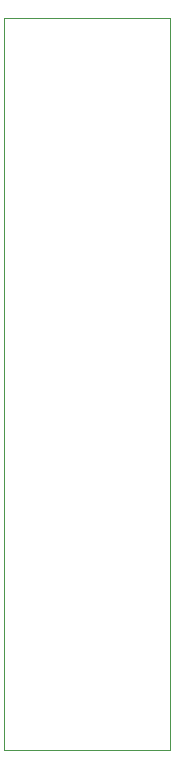
<source format=gbr>
%TF.GenerationSoftware,KiCad,Pcbnew,(6.0.7)*%
%TF.CreationDate,2022-08-25T19:07:38-04:00*%
%TF.ProjectId,msbaker,6d736261-6b65-4722-9e6b-696361645f70,3*%
%TF.SameCoordinates,Original*%
%TF.FileFunction,Profile,NP*%
%FSLAX46Y46*%
G04 Gerber Fmt 4.6, Leading zero omitted, Abs format (unit mm)*
G04 Created by KiCad (PCBNEW (6.0.7)) date 2022-08-25 19:07:38*
%MOMM*%
%LPD*%
G01*
G04 APERTURE LIST*
%TA.AperFunction,Profile*%
%ADD10C,0.050000*%
%TD*%
G04 APERTURE END LIST*
D10*
X177500000Y-67500000D02*
X191500000Y-67500000D01*
X191500000Y-67500000D02*
X191500000Y-129500000D01*
X191500000Y-129500000D02*
X177500000Y-129500000D01*
X177500000Y-129500000D02*
X177500000Y-67500000D01*
M02*

</source>
